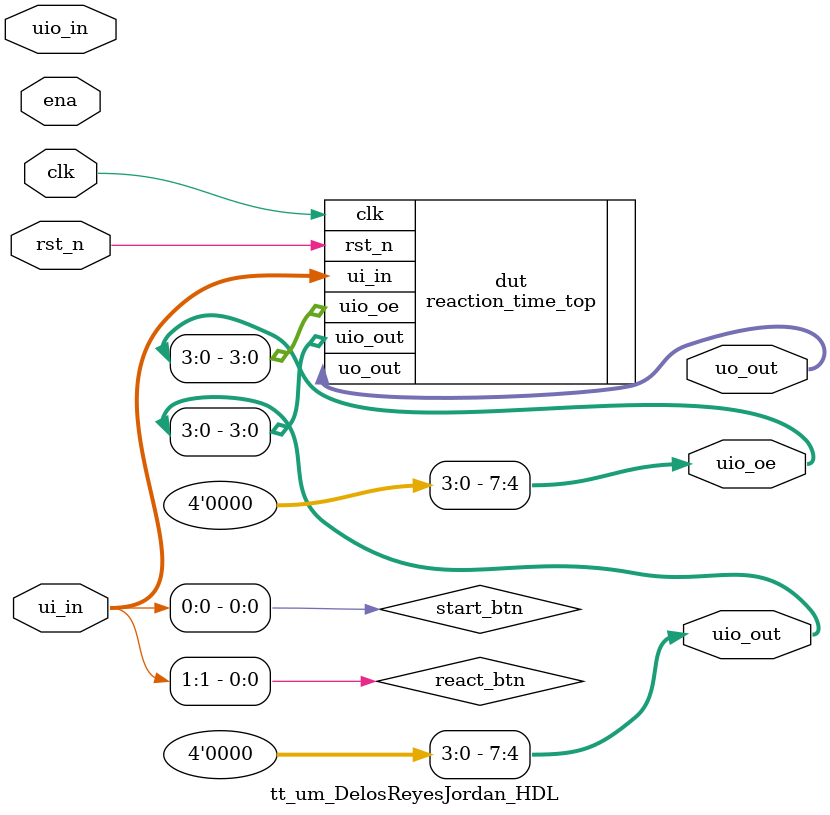
<source format=v>
module tt_um_DelosReyesJordan_HDL (
    input  wire [7:0] ui_in,     // general inputs (buttons)
    output wire [7:0] uo_out,    // segments and LED
    input  wire [7:0] uio_in,    // not used
    output wire [7:0] uio_out,   // anode signals
    output wire [7:0] uio_oe,    // anode enable signals
    input  wire       ena,       // always 1
    input  wire       clk,       // system clock
    input  wire       rst_n      // active-low reset
);

    // Active-high reset
    wire reset = ~rst_n;

    // Map buttons
    wire start_btn = ui_in[0];
    wire react_btn = ui_in[1];

    // FSM signals
    wire start_timer, stop_timer, show_error, done;
    wire delay_done;
    wire led;
    wire [2:0] state_out;
    wire [13:0] elapsed_time;

    // Timer output
    wire [13:0] value_to_display;

    // 7-segment display signals
    wire [6:0] seg;
    wire [3:0] an;
    wire [1:0] current_digit;

    // Instantiate top-level reaction time module
    reaction_time_top dut (
        .ui_in(ui_in),
        .uo_out(uo_out),
        .uio_out(uio_out[3:0]),      // lower 4 bits for anodes
        .uio_oe(uio_oe[3:0]),        // lower 4 bits enable
        .clk(clk),
        .rst_n(rst_n)
    );

    // Drive remaining upper 4 bits of uio outputs to 0
    assign uio_out[7:4] = 4'b0000;
    assign uio_oe[7:4]  = 4'b0000;

    // Prevent unused input warnings
    wire unused = (&uio_in) & ena;

endmodule

</source>
